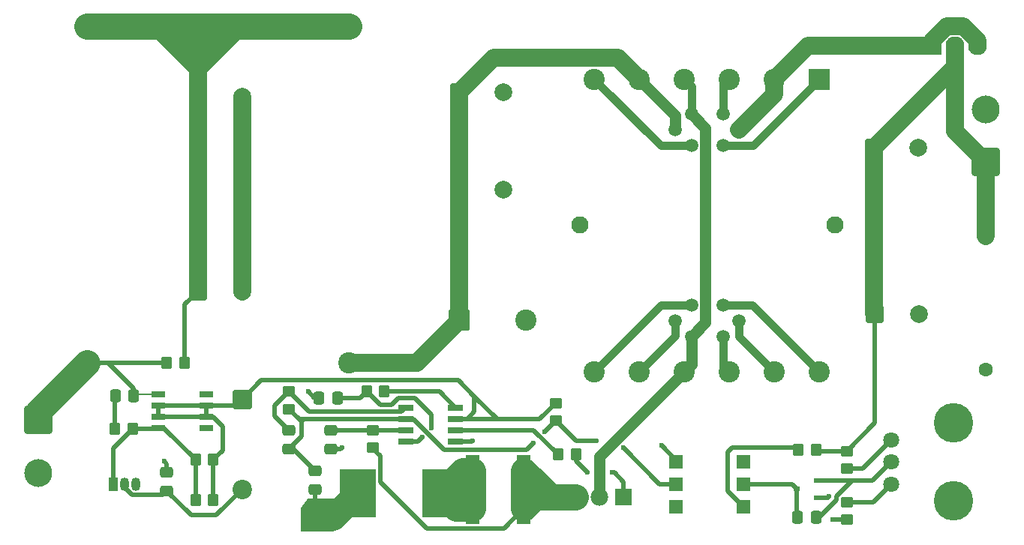
<source format=gbr>
%TF.GenerationSoftware,KiCad,Pcbnew,9.0.7*%
%TF.CreationDate,2026-01-07T19:42:59+01:00*%
%TF.ProjectId,power-electronics2,706f7765-722d-4656-9c65-6374726f6e69,rev?*%
%TF.SameCoordinates,Original*%
%TF.FileFunction,Copper,L1,Top*%
%TF.FilePolarity,Positive*%
%FSLAX46Y46*%
G04 Gerber Fmt 4.6, Leading zero omitted, Abs format (unit mm)*
G04 Created by KiCad (PCBNEW 9.0.7) date 2026-01-07 19:42:59*
%MOMM*%
%LPD*%
G01*
G04 APERTURE LIST*
G04 Aperture macros list*
%AMRoundRect*
0 Rectangle with rounded corners*
0 $1 Rounding radius*
0 $2 $3 $4 $5 $6 $7 $8 $9 X,Y pos of 4 corners*
0 Add a 4 corners polygon primitive as box body*
4,1,4,$2,$3,$4,$5,$6,$7,$8,$9,$2,$3,0*
0 Add four circle primitives for the rounded corners*
1,1,$1+$1,$2,$3*
1,1,$1+$1,$4,$5*
1,1,$1+$1,$6,$7*
1,1,$1+$1,$8,$9*
0 Add four rect primitives between the rounded corners*
20,1,$1+$1,$2,$3,$4,$5,0*
20,1,$1+$1,$4,$5,$6,$7,0*
20,1,$1+$1,$6,$7,$8,$9,0*
20,1,$1+$1,$8,$9,$2,$3,0*%
G04 Aperture macros list end*
%TA.AperFunction,Conductor*%
%ADD10C,0.200000*%
%TD*%
%TA.AperFunction,SMDPad,CuDef*%
%ADD11R,4.050000X5.500000*%
%TD*%
%TA.AperFunction,SMDPad,CuDef*%
%ADD12RoundRect,0.250000X-0.450000X0.350000X-0.450000X-0.350000X0.450000X-0.350000X0.450000X0.350000X0*%
%TD*%
%TA.AperFunction,ComponentPad*%
%ADD13C,2.400000*%
%TD*%
%TA.AperFunction,SMDPad,CuDef*%
%ADD14R,1.525000X0.650000*%
%TD*%
%TA.AperFunction,SMDPad,CuDef*%
%ADD15RoundRect,0.250000X0.475000X-0.337500X0.475000X0.337500X-0.475000X0.337500X-0.475000X-0.337500X0*%
%TD*%
%TA.AperFunction,SMDPad,CuDef*%
%ADD16RoundRect,0.250000X-0.475000X0.337500X-0.475000X-0.337500X0.475000X-0.337500X0.475000X0.337500X0*%
%TD*%
%TA.AperFunction,ComponentPad*%
%ADD17R,2.130000X2.130000*%
%TD*%
%TA.AperFunction,ComponentPad*%
%ADD18C,2.130000*%
%TD*%
%TA.AperFunction,SMDPad,CuDef*%
%ADD19RoundRect,0.250000X0.550000X0.550000X-0.550000X0.550000X-0.550000X-0.550000X0.550000X-0.550000X0*%
%TD*%
%TA.AperFunction,SMDPad,CuDef*%
%ADD20RoundRect,0.250000X-0.350000X-0.450000X0.350000X-0.450000X0.350000X0.450000X-0.350000X0.450000X0*%
%TD*%
%TA.AperFunction,SMDPad,CuDef*%
%ADD21RoundRect,0.250000X0.350000X0.450000X-0.350000X0.450000X-0.350000X-0.450000X0.350000X-0.450000X0*%
%TD*%
%TA.AperFunction,ComponentPad*%
%ADD22RoundRect,0.249999X-0.850001X0.850001X-0.850001X-0.850001X0.850001X-0.850001X0.850001X0.850001X0*%
%TD*%
%TA.AperFunction,ComponentPad*%
%ADD23C,2.200000*%
%TD*%
%TA.AperFunction,ComponentPad*%
%ADD24R,1.050000X1.500000*%
%TD*%
%TA.AperFunction,ComponentPad*%
%ADD25O,1.050000X1.500000*%
%TD*%
%TA.AperFunction,ComponentPad*%
%ADD26RoundRect,0.250000X-0.750000X-0.750000X0.750000X-0.750000X0.750000X0.750000X-0.750000X0.750000X0*%
%TD*%
%TA.AperFunction,ComponentPad*%
%ADD27C,2.000000*%
%TD*%
%TA.AperFunction,SMDPad,CuDef*%
%ADD28R,1.550000X3.550000*%
%TD*%
%TA.AperFunction,SMDPad,CuDef*%
%ADD29RoundRect,0.250000X0.337500X0.475000X-0.337500X0.475000X-0.337500X-0.475000X0.337500X-0.475000X0*%
%TD*%
%TA.AperFunction,SMDPad,CuDef*%
%ADD30RoundRect,0.250000X-0.337500X-0.475000X0.337500X-0.475000X0.337500X0.475000X-0.337500X0.475000X0*%
%TD*%
%TA.AperFunction,ComponentPad*%
%ADD31C,1.500000*%
%TD*%
%TA.AperFunction,ComponentPad*%
%ADD32C,1.950000*%
%TD*%
%TA.AperFunction,SMDPad,CuDef*%
%ADD33R,0.675000X0.620000*%
%TD*%
%TA.AperFunction,ComponentPad*%
%ADD34C,1.600000*%
%TD*%
%TA.AperFunction,ComponentPad*%
%ADD35R,2.400000X2.400000*%
%TD*%
%TA.AperFunction,SMDPad,CuDef*%
%ADD36R,1.725000X0.700000*%
%TD*%
%TA.AperFunction,ComponentPad*%
%ADD37RoundRect,0.250000X1.325000X-1.325000X1.325000X1.325000X-1.325000X1.325000X-1.325000X-1.325000X0*%
%TD*%
%TA.AperFunction,ComponentPad*%
%ADD38C,3.150000*%
%TD*%
%TA.AperFunction,ComponentPad*%
%ADD39R,1.980000X1.980000*%
%TD*%
%TA.AperFunction,ComponentPad*%
%ADD40C,1.980000*%
%TD*%
%TA.AperFunction,ComponentPad*%
%ADD41C,1.800000*%
%TD*%
%TA.AperFunction,ComponentPad*%
%ADD42C,4.460000*%
%TD*%
%TA.AperFunction,ComponentPad*%
%ADD43RoundRect,0.250000X-1.325000X1.325000X-1.325000X-1.325000X1.325000X-1.325000X1.325000X1.325000X0*%
%TD*%
%TA.AperFunction,ComponentPad*%
%ADD44RoundRect,0.250001X-0.949999X-0.949999X0.949999X-0.949999X0.949999X0.949999X-0.949999X0.949999X0*%
%TD*%
%TA.AperFunction,ViaPad*%
%ADD45C,0.600000*%
%TD*%
%TA.AperFunction,Conductor*%
%ADD46C,0.500000*%
%TD*%
%TA.AperFunction,Conductor*%
%ADD47C,2.000000*%
%TD*%
%TA.AperFunction,Conductor*%
%ADD48C,0.254000*%
%TD*%
%TA.AperFunction,Conductor*%
%ADD49C,0.900000*%
%TD*%
%TA.AperFunction,Conductor*%
%ADD50C,3.000000*%
%TD*%
%TA.AperFunction,Conductor*%
%ADD51C,1.270000*%
%TD*%
G04 APERTURE END LIST*
D10*
%TO.N,Net-(C4-Pad1)*%
X46228000Y-18542000D02*
X42418000Y-22352000D01*
X38608000Y-17272000D01*
X46228000Y-18542000D01*
%TA.AperFunction,Conductor*%
G36*
X46228000Y-18542000D02*
G01*
X42418000Y-22352000D01*
X38608000Y-17272000D01*
X46228000Y-18542000D01*
G37*
%TD.AperFunction*%
%TO.N,GNDREF*%
X57658000Y-71120000D02*
X57658000Y-74168000D01*
X57404000Y-74422000D01*
X55372000Y-74422000D01*
X53848000Y-74422000D01*
X53848000Y-71882000D01*
X54610000Y-70866000D01*
X57404000Y-70866000D01*
X57658000Y-71120000D01*
%TA.AperFunction,Conductor*%
G36*
X57658000Y-71120000D02*
G01*
X57658000Y-74168000D01*
X57404000Y-74422000D01*
X55372000Y-74422000D01*
X53848000Y-74422000D01*
X53848000Y-71882000D01*
X54610000Y-70866000D01*
X57404000Y-70866000D01*
X57658000Y-71120000D01*
G37*
%TD.AperFunction*%
%TD*%
D11*
%TO.P,R6,1,1*%
%TO.N,GNDREF*%
X60277589Y-70127999D03*
%TO.P,R6,2,2*%
%TO.N,Net-(R6-Pad2)*%
X69577591Y-70127999D03*
%TD*%
D12*
%TO.P,R2,1*%
%TO.N,/Vo*%
X115427590Y-65377999D03*
%TO.P,R2,2*%
%TO.N,Net-(VR1-CCW)*%
X115427590Y-67377999D03*
%TD*%
D13*
%TO.P,L4,1,1*%
%TO.N,/Vi*%
X29677590Y-55377999D03*
%TO.P,L4,2,2*%
%TO.N,Net-(C4-Pad1)*%
X29677590Y-17377999D03*
%TD*%
D12*
%TO.P,R12,1*%
%TO.N,Net-(IC1-COMP)*%
X52427590Y-58627999D03*
%TO.P,R12,2*%
%TO.N,Net-(IC1-VFB)*%
X52427590Y-60627999D03*
%TD*%
D14*
%TO.P,IC4,1,VIN*%
%TO.N,/Vi*%
X37715590Y-58972999D03*
%TO.P,IC4,2,VOUT_1*%
%TO.N,/Vldo*%
X37715590Y-60242999D03*
%TO.P,IC4,3,VOUT_2*%
X37715590Y-61512999D03*
%TO.P,IC4,4,ADJ*%
%TO.N,Net-(IC4-ADJ)*%
X37715590Y-62782999D03*
%TO.P,IC4,5,NC_1*%
%TO.N,unconnected-(IC4-NC_1-Pad5)*%
X43139590Y-62782999D03*
%TO.P,IC4,6,VOUT_3*%
%TO.N,/Vldo*%
X43139590Y-61512999D03*
%TO.P,IC4,7,VOUT_4*%
X43139590Y-60242999D03*
%TO.P,IC4,8,NC_2*%
%TO.N,unconnected-(IC4-NC_2-Pad8)*%
X43139590Y-58972999D03*
%TD*%
D15*
%TO.P,C16,1*%
%TO.N,Net-(D2-A)*%
X38677590Y-69877999D03*
%TO.P,C16,2*%
%TO.N,GNDREF*%
X38677590Y-67802999D03*
%TD*%
D16*
%TO.P,C13,1*%
%TO.N,Net-(IC1-VFB)*%
X55427590Y-67627999D03*
%TO.P,C13,2*%
%TO.N,GNDREF*%
X55427590Y-69702999D03*
%TD*%
D12*
%TO.P,R9,1*%
%TO.N,Net-(IC1-ISENSE)*%
X61927590Y-63008000D03*
%TO.P,R9,2*%
%TO.N,Net-(Q1-S)*%
X61927590Y-65008000D03*
%TD*%
D16*
%TO.P,C14,1*%
%TO.N,Net-(IC1-COMP)*%
X52427590Y-63052999D03*
%TO.P,C14,2*%
%TO.N,Net-(IC1-VFB)*%
X52427590Y-65127999D03*
%TD*%
D17*
%TO.P,D1,1,A1*%
%TO.N,/Vs+*%
X125077589Y-19627999D03*
D18*
%TO.P,D1,2,K*%
%TO.N,/Vo*%
X127627589Y-19627999D03*
%TO.P,D1,3,A2*%
%TO.N,/Vs+*%
X130177590Y-19627999D03*
%TD*%
D19*
%TO.P,U1,1*%
%TO.N,Net-(R4-Pad2)*%
X103737590Y-71667999D03*
%TO.P,U1,2*%
%TO.N,Net-(IC2-CATHODE)*%
X103737590Y-69127999D03*
%TO.P,U1,3,NC*%
%TO.N,unconnected-(U1-NC-Pad3)*%
X103737590Y-66587999D03*
%TO.P,U1,4*%
%TO.N,GNDREF*%
X96117590Y-66587999D03*
%TO.P,U1,5*%
%TO.N,Net-(IC1-VFB)*%
X96117590Y-69127999D03*
%TO.P,U1,6*%
%TO.N,unconnected-(U1-Pad6)*%
X96117590Y-71667999D03*
%TD*%
D16*
%TO.P,C11,1*%
%TO.N,Net-(IC1-ISENSE)*%
X57177590Y-63052999D03*
%TO.P,C11,2*%
%TO.N,GNDREF*%
X57177590Y-65127999D03*
%TD*%
D20*
%TO.P,R14,1*%
%TO.N,Net-(IC4-ADJ)*%
X41927590Y-66377999D03*
%TO.P,R14,2*%
%TO.N,/Vldo*%
X43927590Y-66377999D03*
%TD*%
D21*
%TO.P,R4,1*%
%TO.N,/Vo*%
X111927590Y-65278000D03*
%TO.P,R4,2*%
%TO.N,Net-(R4-Pad2)*%
X109927590Y-65278000D03*
%TD*%
D22*
%TO.P,D2,1,K*%
%TO.N,/Vldo*%
X47177590Y-59547999D03*
D23*
%TO.P,D2,2,A*%
%TO.N,Net-(D2-A)*%
X47177590Y-69707999D03*
%TD*%
D24*
%TO.P,Q2,1,E*%
%TO.N,Net-(IC4-ADJ)*%
X32637590Y-69127999D03*
D25*
%TO.P,Q2,2,B*%
%TO.N,Net-(D2-A)*%
X33907591Y-69127999D03*
%TO.P,Q2,3,C*%
%TO.N,GNDREF*%
X35177590Y-69127999D03*
%TD*%
D12*
%TO.P,R3,1*%
%TO.N,Net-(VR1-CW)*%
X115427590Y-71127999D03*
%TO.P,R3,2*%
%TO.N,GND*%
X115427590Y-73127999D03*
%TD*%
D26*
%TO.P,C1,1*%
%TO.N,/Vo*%
X118502590Y-31127999D03*
D27*
%TO.P,C1,2*%
%TO.N,GND*%
X123502590Y-31127999D03*
%TD*%
D28*
%TO.P,R8,1,1*%
%TO.N,Net-(R6-Pad2)*%
X73177590Y-71877999D03*
%TO.P,R8,2,2*%
%TO.N,Net-(Q1-S)*%
X78977590Y-71877999D03*
%TD*%
D20*
%TO.P,R15,1*%
%TO.N,Net-(IC4-ADJ)*%
X41927590Y-70877999D03*
%TO.P,R15,2*%
%TO.N,/Vldo*%
X43927590Y-70877999D03*
%TD*%
D29*
%TO.P,C12,1*%
%TO.N,Net-(IC1-RT{slash}CT)*%
X57927590Y-59377999D03*
%TO.P,C12,2*%
%TO.N,GNDREF*%
X55852590Y-59377999D03*
%TD*%
D26*
%TO.P,C7,1*%
%TO.N,Net-(C4-Pad1)*%
X42206528Y-36377999D03*
D27*
%TO.P,C7,2*%
%TO.N,GNDREF*%
X47206528Y-36377999D03*
%TD*%
D26*
%TO.P,C8,1*%
%TO.N,/Vp+*%
X71677590Y-24877999D03*
D27*
%TO.P,C8,2*%
%TO.N,GNDREF*%
X76677590Y-24877999D03*
%TD*%
D26*
%TO.P,C6,1*%
%TO.N,Net-(C4-Pad1)*%
X42177590Y-25342999D03*
D27*
%TO.P,C6,2*%
%TO.N,GNDREF*%
X47177590Y-25342999D03*
%TD*%
D20*
%TO.P,R5,1*%
%TO.N,Net-(IC1-OUTPUT)*%
X82836000Y-65786000D03*
%TO.P,R5,2*%
%TO.N,Net-(Q1-G)*%
X84836000Y-65786000D03*
%TD*%
D30*
%TO.P,C10,1*%
%TO.N,Net-(IC2-CATHODE)*%
X109852590Y-72877999D03*
%TO.P,C10,2*%
%TO.N,Net-(IC2-REF)*%
X111927590Y-72877999D03*
%TD*%
D31*
%TO.P,L1,1,1*%
%TO.N,/Vp-*%
X97881539Y-27305641D03*
%TO.P,L1,2,2*%
%TO.N,/Vp+*%
X96085488Y-29101692D03*
%TO.P,L1,3,3*%
%TO.N,Net-(H1-Pad6)*%
X97881539Y-30897743D03*
%TO.P,L1,4,4*%
%TO.N,Net-(H1-Pad7)*%
X97881539Y-48858256D03*
%TO.P,L1,5,5*%
%TO.N,Net-(H1-Pad8)*%
X96085488Y-50654307D03*
%TO.P,L1,6,6*%
%TO.N,/Vp-*%
X97881539Y-52450358D03*
%TO.P,L1,7,7*%
%TO.N,GND*%
X101473641Y-52450358D03*
%TO.P,L1,8,8*%
%TO.N,Net-(H1-Pad11)*%
X103269693Y-50654307D03*
%TO.P,L1,9,9*%
%TO.N,Net-(H1-Pad12)*%
X101473641Y-48858256D03*
%TO.P,L1,10,10*%
%TO.N,Net-(H1-Pad1)*%
X101473641Y-30897743D03*
%TO.P,L1,11,11*%
%TO.N,/Vs+*%
X103269693Y-29101692D03*
%TO.P,L1,12,12*%
%TO.N,GND*%
X101473641Y-27305641D03*
D32*
%TO.P,L1,MH1,MH1*%
%TO.N,unconnected-(L1-PadMH1)*%
X85309180Y-39878000D03*
%TO.P,L1,MH2,MH2*%
%TO.N,unconnected-(L1-PadMH2)*%
X114046000Y-39878000D03*
%TD*%
D33*
%TO.P,IC2,1,ANODE*%
%TO.N,GND*%
X112065590Y-70627999D03*
%TO.P,IC2,2,REF*%
%TO.N,Net-(IC2-REF)*%
X112065590Y-68727999D03*
%TO.P,IC2,3,CATHODE*%
%TO.N,Net-(IC2-CATHODE)*%
X109789589Y-69677999D03*
%TD*%
D21*
%TO.P,R10,1*%
%TO.N,Net-(IC1-VREF)*%
X63230000Y-58674000D03*
%TO.P,R10,2*%
%TO.N,Net-(IC1-RT{slash}CT)*%
X61230000Y-58674000D03*
%TD*%
D34*
%TO.P,C2,1*%
%TO.N,/Vo*%
X131122590Y-41137999D03*
%TO.P,C2,2*%
%TO.N,GND*%
X131122590Y-56137999D03*
%TD*%
D26*
%TO.P,C9,1*%
%TO.N,/Vp+*%
X71677590Y-35877999D03*
D27*
%TO.P,C9,2*%
%TO.N,GNDREF*%
X76677590Y-35877999D03*
%TD*%
D35*
%TO.P,H1,1,1*%
%TO.N,Net-(H1-Pad1)*%
X112337590Y-23377999D03*
D13*
%TO.P,H1,2,2*%
%TO.N,/Vs+*%
X107257591Y-23377999D03*
%TO.P,H1,3,3*%
%TO.N,GND*%
X102177590Y-23377999D03*
%TO.P,H1,4,4*%
%TO.N,/Vp-*%
X97097590Y-23377999D03*
%TO.P,H1,5,5*%
%TO.N,/Vp+*%
X92017590Y-23377999D03*
%TO.P,H1,6,6*%
%TO.N,Net-(H1-Pad6)*%
X86937590Y-23377999D03*
%TO.P,H1,7,7*%
%TO.N,Net-(H1-Pad7)*%
X86937590Y-56397999D03*
%TO.P,H1,8,8*%
%TO.N,Net-(H1-Pad8)*%
X92017590Y-56397999D03*
%TO.P,H1,9,9*%
%TO.N,/Vp-*%
X97097590Y-56397999D03*
%TO.P,H1,10,10*%
%TO.N,GND*%
X102177590Y-56397999D03*
%TO.P,H1,11,11*%
%TO.N,Net-(H1-Pad11)*%
X107257590Y-56397998D03*
%TO.P,H1,12,12*%
%TO.N,Net-(H1-Pad12)*%
X112337590Y-56397999D03*
%TD*%
D12*
%TO.P,R11,1*%
%TO.N,/Vldo*%
X82550000Y-59960000D03*
%TO.P,R11,2*%
%TO.N,Net-(IC1-VFB)*%
X82550000Y-61960000D03*
%TD*%
D36*
%TO.P,IC1,1,COMP*%
%TO.N,Net-(IC1-COMP)*%
X65615590Y-60472999D03*
%TO.P,IC1,2,VFB*%
%TO.N,Net-(IC1-VFB)*%
X65615590Y-61742999D03*
%TO.P,IC1,3,ISENSE*%
%TO.N,Net-(IC1-ISENSE)*%
X65615590Y-63012999D03*
%TO.P,IC1,4,RT/CT*%
%TO.N,Net-(IC1-RT{slash}CT)*%
X65615590Y-64282999D03*
%TO.P,IC1,5,GROUND*%
%TO.N,GNDREF*%
X71239590Y-64282999D03*
%TO.P,IC1,6,OUTPUT*%
%TO.N,Net-(IC1-OUTPUT)*%
X71239590Y-63012999D03*
%TO.P,IC1,7,VI*%
%TO.N,/Vldo*%
X71239590Y-61742999D03*
%TO.P,IC1,8,VREF*%
%TO.N,Net-(IC1-VREF)*%
X71239590Y-60472999D03*
%TD*%
D28*
%TO.P,R7,1,1*%
%TO.N,Net-(R6-Pad2)*%
X73177590Y-67627999D03*
%TO.P,R7,2,2*%
%TO.N,Net-(Q1-S)*%
X78977590Y-67627999D03*
%TD*%
D21*
%TO.P,R13,1*%
%TO.N,Net-(IC4-ADJ)*%
X34798000Y-62877999D03*
%TO.P,R13,2*%
%TO.N,GNDREF*%
X32798000Y-62877999D03*
%TD*%
D37*
%TO.P,J2,1,Pin_1*%
%TO.N,/Vo*%
X131122590Y-32762999D03*
D38*
%TO.P,J2,2,Pin_2*%
%TO.N,GND*%
X131122590Y-26762999D03*
%TD*%
D39*
%TO.P,Q1,1,G*%
%TO.N,Net-(Q1-G)*%
X90177590Y-70608999D03*
D40*
%TO.P,Q1,2,D*%
%TO.N,/Vp-*%
X87477590Y-70608999D03*
%TO.P,Q1,3,S*%
%TO.N,Net-(Q1-S)*%
X84777589Y-70608999D03*
%TD*%
D26*
%TO.P,C4,1*%
%TO.N,Net-(C4-Pad1)*%
X42177590Y-47342999D03*
D27*
%TO.P,C4,2*%
%TO.N,GNDREF*%
X47177590Y-47342999D03*
%TD*%
D20*
%TO.P,R1,1*%
%TO.N,/Vi*%
X38677590Y-55377999D03*
%TO.P,R1,2*%
%TO.N,Net-(C4-Pad1)*%
X40677590Y-55377999D03*
%TD*%
D26*
%TO.P,C3,1*%
%TO.N,/Vo*%
X118594913Y-49907999D03*
D27*
%TO.P,C3,2*%
%TO.N,GND*%
X123594913Y-49907999D03*
%TD*%
D41*
%TO.P,VR1,1,CCW*%
%TO.N,Net-(VR1-CCW)*%
X120427590Y-64127999D03*
%TO.P,VR1,2,WIPER*%
%TO.N,Net-(IC2-REF)*%
X120427590Y-66627999D03*
%TO.P,VR1,3,CW*%
%TO.N,Net-(VR1-CW)*%
X120427590Y-69127999D03*
D42*
%TO.P,VR1,4*%
%TO.N,N/C*%
X127427590Y-62227999D03*
%TO.P,VR1,5*%
X127427590Y-71027999D03*
%TD*%
D13*
%TO.P,L3,1,1*%
%TO.N,Net-(C4-Pad1)*%
X59177590Y-17377999D03*
%TO.P,L3,2,2*%
%TO.N,/Vp+*%
X59177590Y-55377999D03*
%TD*%
D43*
%TO.P,J1,1,Pin_1*%
%TO.N,/Vi*%
X24177590Y-61877999D03*
D38*
%TO.P,J1,2,Pin_2*%
%TO.N,GNDREF*%
X24177590Y-67877999D03*
%TD*%
D44*
%TO.P,C5,1*%
%TO.N,/Vp+*%
X71677590Y-50627999D03*
D13*
%TO.P,C5,2*%
%TO.N,GNDREF*%
X79177590Y-50627999D03*
%TD*%
D29*
%TO.P,C15,1*%
%TO.N,/Vi*%
X34927590Y-59127999D03*
%TO.P,C15,2*%
%TO.N,GNDREF*%
X32852590Y-59127999D03*
%TD*%
D45*
%TO.N,GND*%
X113422438Y-70496438D03*
X113792000Y-73152000D03*
%TO.N,GNDREF*%
X56804000Y-71860850D03*
X54404000Y-71860850D03*
X54610000Y-58674000D03*
X38354000Y-66548000D03*
X57404000Y-73406000D03*
X94488000Y-64770000D03*
X32766000Y-60960000D03*
X58420000Y-65024000D03*
X56204000Y-73406000D03*
X55604000Y-71860850D03*
X57404000Y-72390000D03*
X54356000Y-72898000D03*
X73152000Y-64262000D03*
X55004000Y-72390000D03*
X55556000Y-72898000D03*
X56756000Y-72898000D03*
X56204000Y-72390000D03*
X55004000Y-73406000D03*
%TO.N,Net-(Q1-G)*%
X88900000Y-67818000D03*
X86106000Y-67818000D03*
%TO.N,Net-(IC1-RT{slash}CT)*%
X67487210Y-63830781D03*
X68547876Y-62770124D03*
%TO.N,Net-(IC1-VFB)*%
X87122000Y-64262000D03*
X80010000Y-64516000D03*
X90170000Y-65024000D03*
X81318331Y-63207669D03*
%TD*%
D46*
%TO.N,Net-(R4-Pad2)*%
X103737590Y-71667999D02*
X102000000Y-69930409D01*
X102000000Y-69930409D02*
X102000000Y-65500000D01*
X102000000Y-65500000D02*
X102500000Y-65000000D01*
X102500000Y-65000000D02*
X109649590Y-65000000D01*
X109649590Y-65000000D02*
X109927590Y-65278000D01*
%TO.N,Net-(IC2-REF)*%
X111927590Y-72877999D02*
X112274795Y-72877999D01*
X112274795Y-72877999D02*
X114276590Y-70876204D01*
X114276590Y-70876204D02*
X114276590Y-70480707D01*
X114276590Y-70480707D02*
X116029298Y-68727999D01*
X116029298Y-68727999D02*
X116077590Y-68727999D01*
D47*
%TO.N,/Vo*%
X118502590Y-49815676D02*
X118594913Y-49907999D01*
D46*
X115427590Y-65377999D02*
X112027589Y-65377999D01*
D47*
X127627589Y-22003000D02*
X118502590Y-31127999D01*
D46*
X118594913Y-49907999D02*
X118594913Y-62210676D01*
D47*
X118502590Y-31127999D02*
X118502590Y-49815676D01*
X127627589Y-19627999D02*
X127627589Y-29267998D01*
D46*
X118594913Y-62210676D02*
X115427590Y-65377999D01*
D47*
X127627589Y-19627999D02*
X127627589Y-22003000D01*
X131122590Y-32762999D02*
X131122590Y-41137999D01*
X127627589Y-29267998D02*
X131122590Y-32762999D01*
D48*
X112027589Y-65377999D02*
X111927590Y-65278000D01*
D46*
%TO.N,GND*%
X112065590Y-70627999D02*
X113290877Y-70627999D01*
D49*
X101473641Y-52450358D02*
X101473641Y-55694050D01*
D46*
X115427590Y-73127999D02*
X113816001Y-73127999D01*
D49*
X101473641Y-24892000D02*
X101473641Y-24081948D01*
D48*
X113290877Y-70627999D02*
X113422438Y-70496438D01*
X113816001Y-73127999D02*
X113792000Y-73152000D01*
D49*
X101473641Y-24892000D02*
X101473641Y-27305641D01*
X101473641Y-55694050D02*
X102177590Y-56397999D01*
X101473641Y-24081948D02*
X102177590Y-23377999D01*
D50*
%TO.N,GNDREF*%
X60174001Y-70127999D02*
X57404000Y-72898000D01*
D46*
X55313999Y-59377999D02*
X54610000Y-58674000D01*
D48*
X96117590Y-66587999D02*
X96117590Y-66399590D01*
D50*
X60277589Y-70127999D02*
X60174001Y-70127999D01*
D46*
X32766000Y-59214589D02*
X32852590Y-59127999D01*
X96117590Y-66399590D02*
X94488000Y-64770000D01*
X55852590Y-59377999D02*
X55313999Y-59377999D01*
X73131001Y-64282999D02*
X73152000Y-64262000D01*
X32927590Y-62877999D02*
X32927590Y-62830410D01*
X32927590Y-62830410D02*
X33020000Y-62738000D01*
X71239590Y-64282999D02*
X73131001Y-64282999D01*
D47*
X47206528Y-36377999D02*
X47206528Y-47314061D01*
X47206528Y-47314061D02*
X47177590Y-47342999D01*
X47177590Y-36349061D02*
X47206528Y-36377999D01*
X47177590Y-25342999D02*
X47177590Y-36349061D01*
D46*
X32798000Y-62877999D02*
X32798000Y-60992000D01*
X58316001Y-65127999D02*
X58420000Y-65024000D01*
X38677590Y-67802999D02*
X38677590Y-66871590D01*
X38677590Y-66871590D02*
X38354000Y-66548000D01*
X32766000Y-60960000D02*
X32766000Y-59214589D01*
X57177590Y-65127999D02*
X58316001Y-65127999D01*
X55427590Y-69702999D02*
X55427590Y-70921590D01*
X32798000Y-60992000D02*
X32766000Y-60960000D01*
%TO.N,Net-(IC1-OUTPUT)*%
X71239590Y-63012999D02*
X71607001Y-63012999D01*
X71607001Y-63012999D02*
X71628000Y-62992000D01*
X71239590Y-63012999D02*
X80062999Y-63012999D01*
X80062999Y-63012999D02*
X82836000Y-65786000D01*
D47*
%TO.N,/Vp+*%
X71677590Y-24877999D02*
X75578590Y-20976999D01*
X71677590Y-35877999D02*
X71677590Y-24877999D01*
X66927590Y-55377999D02*
X71677590Y-50627999D01*
X71677590Y-50627999D02*
X71677590Y-35877999D01*
D51*
X96085488Y-27445897D02*
X92017590Y-23377999D01*
D47*
X59177590Y-55377999D02*
X66927590Y-55377999D01*
D51*
X96085488Y-29101692D02*
X96085488Y-27445897D01*
D47*
X89616590Y-20976999D02*
X92017590Y-23377999D01*
X75578590Y-20976999D02*
X89616590Y-20976999D01*
D46*
%TO.N,Net-(IC2-REF)*%
X116077590Y-68727999D02*
X118327590Y-68727999D01*
X112065590Y-68727999D02*
X116077590Y-68727999D01*
X118327590Y-68727999D02*
X120427590Y-66627999D01*
%TO.N,Net-(IC2-CATHODE)*%
X109239589Y-69127999D02*
X109789589Y-69677999D01*
X109789589Y-69677999D02*
X109789589Y-72814998D01*
X103737590Y-69127999D02*
X109239589Y-69127999D01*
D48*
X109789589Y-72814998D02*
X109852590Y-72877999D01*
D47*
%TO.N,/Vs+*%
X111007591Y-19627999D02*
X125077589Y-19627999D01*
X125077589Y-19627999D02*
X125077589Y-18973391D01*
X126688981Y-17361999D02*
X128566197Y-17361999D01*
X107257591Y-23377999D02*
X111007591Y-19627999D01*
X107257591Y-25113794D02*
X103269693Y-29101692D01*
X128566197Y-17361999D02*
X130177590Y-18973392D01*
X107257591Y-23377999D02*
X107257591Y-25113794D01*
X125077589Y-18973391D02*
X126688981Y-17361999D01*
X130177590Y-18973392D02*
X130177590Y-19627999D01*
D46*
%TO.N,Net-(IC1-ISENSE)*%
X61927590Y-63008000D02*
X57222589Y-63008000D01*
X65615590Y-63012999D02*
X61932589Y-63012999D01*
X61932589Y-63012999D02*
X61927590Y-63008000D01*
X57222589Y-63008000D02*
X57177590Y-63052999D01*
%TO.N,Net-(Q1-G)*%
X84836000Y-65786000D02*
X84836000Y-66548000D01*
X88900000Y-67818000D02*
X89154000Y-67818000D01*
X89154000Y-67818000D02*
X90177590Y-68841590D01*
X84836000Y-66548000D02*
X86106000Y-67818000D01*
X90177590Y-68841590D02*
X90177590Y-70608999D01*
D50*
%TO.N,Net-(Q1-S)*%
X78977590Y-67627999D02*
X78977590Y-71877999D01*
X81958590Y-70608999D02*
X78977590Y-67627999D01*
D46*
X62753589Y-68849589D02*
X62753589Y-65953998D01*
X78977590Y-71877999D02*
X76751590Y-74103999D01*
X68007999Y-74103999D02*
X62753589Y-68849589D01*
X62753589Y-65953998D02*
X61927590Y-65127999D01*
D50*
X84777589Y-70608999D02*
X80246590Y-70608999D01*
X80246590Y-70608999D02*
X78977590Y-71877999D01*
D46*
X76751590Y-74103999D02*
X68007999Y-74103999D01*
D50*
X84777589Y-70608999D02*
X81958590Y-70608999D01*
D51*
%TO.N,/Vp-*%
X97881539Y-55614050D02*
X97097590Y-56397999D01*
X97881539Y-52450358D02*
X99467539Y-50864358D01*
X97097590Y-56397999D02*
X87477590Y-66017999D01*
X99467539Y-28891641D02*
X97881539Y-27305641D01*
X87477590Y-66017999D02*
X87477590Y-70608999D01*
D49*
X97881539Y-27305641D02*
X97881539Y-24161948D01*
X97881539Y-24161948D02*
X97097590Y-23377999D01*
D51*
X99467539Y-50864358D02*
X99467539Y-28891641D01*
X97881539Y-52450358D02*
X97881539Y-55614050D01*
D46*
%TO.N,Net-(VR1-CCW)*%
X117177590Y-67377999D02*
X120427590Y-64127999D01*
X115427590Y-67377999D02*
X117177590Y-67377999D01*
%TO.N,Net-(VR1-CW)*%
X118427590Y-71127999D02*
X120427590Y-69127999D01*
X115427590Y-71127999D02*
X118427590Y-71127999D01*
%TO.N,Net-(IC1-RT{slash}CT)*%
X67034992Y-64282999D02*
X67487210Y-63830781D01*
X68547876Y-61290785D02*
X66632091Y-59375000D01*
X60526001Y-59377999D02*
X61230000Y-58674000D01*
X68547876Y-62770124D02*
X68547876Y-61290785D01*
X65615590Y-64282999D02*
X67034992Y-64282999D01*
X62754000Y-60198000D02*
X61230000Y-58674000D01*
X64831000Y-59375000D02*
X64008000Y-60198000D01*
X66632091Y-59375000D02*
X64831000Y-59375000D01*
X64008000Y-60198000D02*
X62754000Y-60198000D01*
X57927590Y-59377999D02*
X60526001Y-59377999D01*
%TO.N,Net-(IC1-VFB)*%
X54610000Y-61742999D02*
X54095386Y-61742999D01*
X84836000Y-64262000D02*
X87122000Y-64262000D01*
X94273999Y-69127999D02*
X96117590Y-69127999D01*
X66460090Y-61742999D02*
X69995091Y-65278000D01*
X90170000Y-65024000D02*
X94273999Y-69127999D01*
X69995091Y-65278000D02*
X79248000Y-65278000D01*
X81318331Y-63191669D02*
X82550000Y-61960000D01*
X52427590Y-60627999D02*
X53603590Y-61803999D01*
X53664590Y-61742999D02*
X54610000Y-61742999D01*
X52427590Y-65127999D02*
X52927590Y-65127999D01*
X65615590Y-61742999D02*
X66460090Y-61742999D01*
X53848000Y-63707589D02*
X52427590Y-65127999D01*
X82550000Y-61976000D02*
X84836000Y-64262000D01*
X52927590Y-65127999D02*
X55427590Y-67627999D01*
X55427590Y-67627999D02*
X54986796Y-67187204D01*
X53603590Y-61803999D02*
X53664590Y-61742999D01*
X79248000Y-65278000D02*
X80010000Y-64516000D01*
X81318331Y-63207669D02*
X81318331Y-63191669D01*
X54095386Y-61742999D02*
X54102000Y-61749613D01*
X53848000Y-63707589D02*
X53848000Y-62048409D01*
X53848000Y-62003613D02*
X54102000Y-61749613D01*
X82550000Y-61960000D02*
X82550000Y-61976000D01*
X54610000Y-61742999D02*
X65615590Y-61742999D01*
X53848000Y-62048409D02*
X53848000Y-62003613D01*
X53848000Y-62048409D02*
X53603590Y-61803999D01*
%TO.N,Net-(IC1-COMP)*%
X64302090Y-60960000D02*
X54759591Y-60960000D01*
X65615590Y-60472999D02*
X65146590Y-60941999D01*
X50800000Y-61425409D02*
X52427590Y-63052999D01*
X64302090Y-60941999D02*
X64302090Y-60960000D01*
X52427590Y-58627999D02*
X50800000Y-60255589D01*
X54759591Y-60960000D02*
X52427590Y-58627999D01*
X50800000Y-60255589D02*
X50800000Y-61425409D01*
X65146590Y-60941999D02*
X64302090Y-60941999D01*
%TO.N,/Vi*%
X32009999Y-55377999D02*
X34927590Y-58295590D01*
D10*
X35082590Y-58972999D02*
X34927590Y-59127999D01*
D50*
X24177590Y-60877999D02*
X24177590Y-61877999D01*
D46*
X34927590Y-58295590D02*
X34927590Y-59127999D01*
X29677590Y-55377999D02*
X38677590Y-55377999D01*
X29677590Y-55377999D02*
X32009999Y-55377999D01*
D50*
X26779794Y-58275794D02*
X29677590Y-55377999D01*
X26779794Y-58275794D02*
X24177590Y-60877999D01*
D10*
X37715590Y-58972999D02*
X35082590Y-58972999D01*
D46*
%TO.N,Net-(D2-A)*%
X33907591Y-69127999D02*
X33907591Y-69463272D01*
X38677590Y-69877999D02*
X41443591Y-72644000D01*
X33907591Y-69463272D02*
X34773318Y-70328999D01*
X44241589Y-72644000D02*
X47177590Y-69707999D01*
X34773318Y-70328999D02*
X38226590Y-70328999D01*
X38226590Y-70328999D02*
X38677590Y-69877999D01*
X41443591Y-72644000D02*
X44241589Y-72644000D01*
%TO.N,/Vldo*%
X37715590Y-60242999D02*
X43139590Y-60242999D01*
X73395501Y-59192499D02*
X75946000Y-61742999D01*
X46482590Y-60242999D02*
X47177590Y-59547999D01*
X37715590Y-61512999D02*
X37715590Y-60242999D01*
X71239590Y-61742999D02*
X72602090Y-61742999D01*
X72602090Y-61742999D02*
X73395501Y-60949588D01*
X47177590Y-59547999D02*
X49321589Y-57404000D01*
X75946000Y-61742999D02*
X71239590Y-61742999D01*
X43139590Y-61512999D02*
X43859090Y-61512999D01*
X43927590Y-66377999D02*
X43927590Y-70877999D01*
X43859090Y-61512999D02*
X44958000Y-62611909D01*
X37715590Y-61512999D02*
X43139590Y-61512999D01*
X47386001Y-59547999D02*
X47177590Y-59547999D01*
D10*
X43139590Y-61512999D02*
X42926000Y-61512999D01*
D46*
X71607002Y-57404000D02*
X73395501Y-59192499D01*
X44958000Y-65347589D02*
X43927590Y-66377999D01*
X73395501Y-60949588D02*
X73395501Y-59192499D01*
X82550000Y-59960000D02*
X80767001Y-61742999D01*
X43139590Y-60242999D02*
X46482590Y-60242999D01*
X47386001Y-59547999D02*
X47752000Y-59182000D01*
X49321589Y-57404000D02*
X71607002Y-57404000D01*
X80767001Y-61742999D02*
X75946000Y-61742999D01*
X44958000Y-62611909D02*
X44958000Y-65347589D01*
X43139590Y-60242999D02*
X43139590Y-61512999D01*
D49*
%TO.N,Net-(H1-Pad12)*%
X101473641Y-48858256D02*
X104797847Y-48858256D01*
X104797847Y-48858256D02*
X112337590Y-56397999D01*
%TO.N,Net-(H1-Pad11)*%
X103269693Y-50654307D02*
X103269693Y-52410101D01*
X103269693Y-52410101D02*
X107257590Y-56397998D01*
%TO.N,Net-(H1-Pad1)*%
X101473641Y-30897743D02*
X104817846Y-30897743D01*
X104817846Y-30897743D02*
X112337590Y-23377999D01*
%TO.N,Net-(H1-Pad6)*%
X94457334Y-30897743D02*
X86937590Y-23377999D01*
X97881539Y-30897743D02*
X94457334Y-30897743D01*
D46*
%TO.N,Net-(IC1-VREF)*%
X63230000Y-58674000D02*
X69440591Y-58674000D01*
X69440591Y-58674000D02*
X71239590Y-60472999D01*
D49*
%TO.N,Net-(H1-Pad7)*%
X97881539Y-48858256D02*
X94477333Y-48858256D01*
X94477333Y-48858256D02*
X86937590Y-56397999D01*
%TO.N,Net-(H1-Pad8)*%
X96085488Y-52330101D02*
X92017590Y-56397999D01*
X96085488Y-50654307D02*
X96085488Y-52330101D01*
D46*
%TO.N,Net-(IC4-ADJ)*%
X34798000Y-62877999D02*
X37620590Y-62877999D01*
X32637590Y-65038409D02*
X34798000Y-62877999D01*
X38332590Y-62782999D02*
X41927590Y-66377999D01*
X37620590Y-62877999D02*
X37715590Y-62782999D01*
X32637590Y-69127999D02*
X32637590Y-65038409D01*
X37715590Y-62782999D02*
X38332590Y-62782999D01*
X41927590Y-66377999D02*
X41927590Y-70877999D01*
D50*
%TO.N,Net-(R6-Pad2)*%
X73177590Y-71877999D02*
X71327591Y-71877999D01*
X72077591Y-67627999D02*
X69577591Y-70127999D01*
X73177590Y-67627999D02*
X73177590Y-71877999D01*
X73177590Y-67627999D02*
X72077591Y-67627999D01*
X71327591Y-71877999D02*
X69577591Y-70127999D01*
D47*
%TO.N,Net-(C4-Pad1)*%
X42177590Y-22217589D02*
X42177590Y-22190409D01*
X42177590Y-25342999D02*
X42177590Y-36349061D01*
X42177590Y-22190409D02*
X46990000Y-17377999D01*
X42177590Y-36349061D02*
X42206528Y-36377999D01*
X42177590Y-25342999D02*
X42177590Y-22217589D01*
D50*
X29677590Y-17377999D02*
X37338000Y-17377999D01*
D47*
X42206528Y-36377999D02*
X42206528Y-47314061D01*
D46*
X40677590Y-48842999D02*
X42177590Y-47342999D01*
D50*
X46990000Y-17377999D02*
X59177590Y-17377999D01*
D47*
X42177590Y-22217589D02*
X37338000Y-17377999D01*
D46*
X40677590Y-55377999D02*
X40677590Y-48842999D01*
D50*
X37338000Y-17377999D02*
X46990000Y-17377999D01*
D47*
X42206528Y-47314061D02*
X42177590Y-47342999D01*
%TD*%
M02*

</source>
